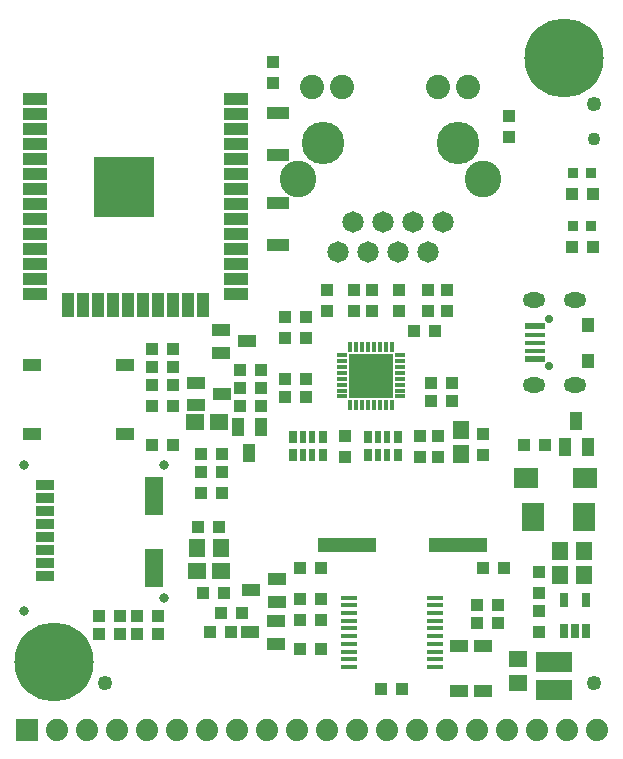
<source format=gbr>
G04 #@! TF.GenerationSoftware,KiCad,Pcbnew,5.1.0-rc2-unknown-036be7d~80~ubuntu16.04.1*
G04 #@! TF.CreationDate,2019-12-17T11:34:35+02:00*
G04 #@! TF.ProjectId,ESP32-GATEWAY_Rev_G,45535033-322d-4474-9154-455741595f52,G*
G04 #@! TF.SameCoordinates,Original*
G04 #@! TF.FileFunction,Soldermask,Top*
G04 #@! TF.FilePolarity,Negative*
%FSLAX46Y46*%
G04 Gerber Fmt 4.6, Leading zero omitted, Abs format (unit mm)*
G04 Created by KiCad (PCBNEW 5.1.0-rc2-unknown-036be7d~80~ubuntu16.04.1) date 2019-12-17 11:34:35*
%MOMM*%
%LPD*%
G04 APERTURE LIST*
%ADD10R,1.117600X1.117600*%
%ADD11R,2.101600X1.001600*%
%ADD12R,1.001600X2.101600*%
%ADD13R,5.101600X5.101600*%
%ADD14C,2.101600*%
%ADD15C,3.600000*%
%ADD16C,2.050000*%
%ADD17C,3.100000*%
%ADD18C,1.810000*%
%ADD19R,1.601600X3.201600*%
%ADD20C,0.800000*%
%ADD21R,1.601600X0.901600*%
%ADD22R,1.625600X1.371600*%
%ADD23R,1.501600X1.101600*%
%ADD24R,1.101600X1.501600*%
%ADD25R,1.879600X2.387600*%
%ADD26R,0.901600X0.901600*%
%ADD27C,1.879600*%
%ADD28R,1.879600X1.879600*%
%ADD29R,1.751600X0.601600*%
%ADD30R,1.751600X0.426600*%
%ADD31C,0.701600*%
%ADD32R,1.101600X1.201600*%
%ADD33O,1.901600X1.301600*%
%ADD34R,1.371600X1.625600*%
%ADD35R,2.101600X1.801600*%
%ADD36R,1.879600X1.117600*%
%ADD37C,1.101600*%
%ADD38R,3.701600X3.701600*%
%ADD39R,0.800000X0.800000*%
%ADD40R,1.822400X1.822400*%
%ADD41R,0.351600X0.901600*%
%ADD42R,0.901600X0.351600*%
%ADD43C,1.600000*%
%ADD44C,6.700000*%
%ADD45R,1.371600X0.426600*%
%ADD46R,3.101600X1.701600*%
%ADD47R,0.651600X1.301600*%
%ADD48R,0.482600X1.117600*%
%ADD49R,0.736600X1.117600*%
%ADD50R,4.927600X1.201600*%
%ADD51R,1.625600X1.117600*%
%ADD52C,1.254000*%
G04 APERTURE END LIST*
D10*
X85725000Y-116459000D03*
X87503000Y-116459000D03*
D11*
X71510000Y-74573000D03*
X71510000Y-75843000D03*
X71510000Y-77113000D03*
X71510000Y-78383000D03*
X71510000Y-79653000D03*
X71510000Y-80923000D03*
X71510000Y-82193000D03*
X71510000Y-83463000D03*
X71510000Y-84733000D03*
X71510000Y-86003000D03*
X71510000Y-87273000D03*
X71510000Y-88543000D03*
X71510000Y-89813000D03*
X71510000Y-91083000D03*
D12*
X74310000Y-92083000D03*
X75580000Y-92083000D03*
X76850000Y-92083000D03*
X78120000Y-92083000D03*
X79390000Y-92083000D03*
X80660000Y-92083000D03*
X81930000Y-92083000D03*
X83200000Y-92083000D03*
X84470000Y-92083000D03*
X85740000Y-92083000D03*
D11*
X88510000Y-91083000D03*
X88510000Y-89813000D03*
X88510000Y-88543000D03*
X88510000Y-87273000D03*
X88510000Y-86003000D03*
X88510000Y-84733000D03*
X88510000Y-83463000D03*
X88510000Y-82193000D03*
X88510000Y-80923000D03*
X88510000Y-79653000D03*
X88510000Y-78383000D03*
X88510000Y-77113000D03*
X88510000Y-75843000D03*
X88510000Y-74573000D03*
D13*
X79010000Y-82083000D03*
D14*
X79010000Y-82083000D03*
D15*
X95885000Y-78359000D03*
X107315000Y-78359000D03*
D16*
X105670000Y-73610500D03*
X94990000Y-73610500D03*
D17*
X93800000Y-81409000D03*
X109400000Y-81409000D03*
D16*
X108210000Y-73610500D03*
X97530000Y-73610500D03*
D18*
X97165000Y-87599000D03*
X98435000Y-85059000D03*
X99705000Y-87599000D03*
X100975000Y-85059000D03*
X102245000Y-87599000D03*
X103515000Y-85059000D03*
X104785000Y-87599000D03*
X106055000Y-85059000D03*
D19*
X81577000Y-114275000D03*
X81577000Y-108215000D03*
D20*
X70607000Y-105585000D03*
X82407000Y-105585000D03*
X82407000Y-116855000D03*
X70607000Y-117945000D03*
D21*
X72327000Y-107275000D03*
X72327000Y-108375000D03*
X72327000Y-109475000D03*
X72327000Y-110575000D03*
X72327000Y-111675000D03*
X72327000Y-112775000D03*
X72327000Y-113875000D03*
X72327000Y-114975000D03*
D10*
X88900000Y-97536000D03*
X90678000Y-97536000D03*
D22*
X85090000Y-101981000D03*
X87122000Y-101981000D03*
D10*
X90677999Y-99060000D03*
X88899999Y-99060000D03*
D23*
X87284560Y-94173040D03*
X87284560Y-96075500D03*
X89494360Y-95120460D03*
D10*
X90677999Y-100584000D03*
X88899999Y-100584000D03*
D24*
X90611960Y-102397560D03*
X88709500Y-102397560D03*
X89664540Y-104607360D03*
D25*
X113647000Y-109982000D03*
X118001000Y-109982000D03*
D10*
X85598000Y-104648000D03*
X87376000Y-104648000D03*
X80137000Y-119888000D03*
X81915000Y-119888000D03*
X118745000Y-82677000D03*
X116967000Y-82677000D03*
D26*
X118618000Y-80899000D03*
X117094000Y-80899000D03*
D27*
X78486000Y-128016000D03*
X75946000Y-128016000D03*
X73406000Y-128016000D03*
D28*
X70866000Y-128016000D03*
D27*
X81026000Y-128016000D03*
X83566000Y-128016000D03*
X88646000Y-128016000D03*
X86106000Y-128016000D03*
X91186000Y-128016000D03*
X93726000Y-128016000D03*
X98806000Y-128016000D03*
X96266000Y-128016000D03*
X101346000Y-128016000D03*
X103886000Y-128016000D03*
X108966000Y-128016000D03*
X106426000Y-128016000D03*
X116586000Y-128016000D03*
X119126000Y-128016000D03*
X114046000Y-128016000D03*
X111506000Y-128016000D03*
D29*
X113817000Y-96637500D03*
D30*
X113817000Y-95900000D03*
X113817000Y-95250000D03*
X113817000Y-94600000D03*
D29*
X113817000Y-93862500D03*
D31*
X115067000Y-97250000D03*
X115067000Y-93250000D03*
D32*
X118367000Y-96750000D03*
X118367000Y-93750000D03*
D33*
X117217000Y-98850000D03*
X113747000Y-98850000D03*
X113747000Y-91650000D03*
X117217000Y-91650000D03*
D10*
X86360000Y-119761000D03*
X88138000Y-119761000D03*
D34*
X115951000Y-114935000D03*
X117983000Y-114935000D03*
X115951000Y-112903000D03*
X117983000Y-112903000D03*
D10*
X114173000Y-114681000D03*
X114173000Y-116459000D03*
X114173000Y-119761000D03*
X114173000Y-117983000D03*
X116967000Y-87122000D03*
X118745000Y-87122000D03*
X83185000Y-98806000D03*
X81407000Y-98806000D03*
X81407000Y-97282000D03*
X83185000Y-97282000D03*
X93980000Y-118745000D03*
X95758000Y-118745000D03*
X112903000Y-103886000D03*
X114681000Y-103886000D03*
D35*
X118070000Y-106680000D03*
X113070000Y-106680000D03*
D10*
X110744000Y-117475000D03*
X108966000Y-117475000D03*
X93980000Y-121158000D03*
X95758000Y-121158000D03*
X111252000Y-114300000D03*
X109474000Y-114300000D03*
X93980000Y-114300000D03*
X95758000Y-114300000D03*
D36*
X92075000Y-75819000D03*
X92075000Y-79375000D03*
X92075000Y-86995000D03*
X92075000Y-83439000D03*
D10*
X85344000Y-110871000D03*
X87122000Y-110871000D03*
X93980000Y-116967000D03*
X95758000Y-116967000D03*
X110744000Y-118999000D03*
X108966000Y-118999000D03*
X92710000Y-93091000D03*
X94488000Y-93091000D03*
X106807000Y-100203000D03*
X105029000Y-100203000D03*
X102616000Y-124523500D03*
X100838000Y-124523500D03*
X100076000Y-92583000D03*
X100076000Y-90805000D03*
X102362000Y-92583000D03*
X102362000Y-90805000D03*
X96266000Y-92583000D03*
X96266000Y-90805000D03*
X98552000Y-92583000D03*
X98552000Y-90805000D03*
X111633000Y-77851000D03*
X111633000Y-76073000D03*
X91694000Y-71501000D03*
X91694000Y-73279000D03*
X81407000Y-100584000D03*
X83185000Y-100584000D03*
X81407000Y-103886000D03*
X83185000Y-103886000D03*
X83185000Y-95758000D03*
X81407000Y-95758000D03*
D26*
X118618000Y-85344000D03*
X117094000Y-85344000D03*
D37*
X118872000Y-77978000D03*
D10*
X105029000Y-98679000D03*
X106807000Y-98679000D03*
X92710000Y-98298000D03*
X94488000Y-98298000D03*
X92710000Y-99822000D03*
X94488000Y-99822000D03*
X92710000Y-94869000D03*
X94488000Y-94869000D03*
X105410000Y-94234000D03*
X103632000Y-94234000D03*
X97790000Y-104902000D03*
X97790000Y-103124000D03*
X109474000Y-104775000D03*
X109474000Y-102997000D03*
X106426000Y-92583000D03*
X106426000Y-90805000D03*
D34*
X87249000Y-112649000D03*
X85217000Y-112649000D03*
D10*
X104140000Y-103124000D03*
X104140000Y-104902000D03*
X105664000Y-103124000D03*
X105664000Y-104902000D03*
D22*
X112395000Y-122047000D03*
X112395000Y-124079000D03*
D38*
X99949000Y-98044000D03*
D39*
X101249000Y-97544000D03*
X101249000Y-98544000D03*
X100449000Y-99344000D03*
X99449000Y-99344000D03*
X98649000Y-98544000D03*
X98649000Y-97544000D03*
X99449000Y-96744000D03*
X100449000Y-96744000D03*
D40*
X99949000Y-98044000D03*
D41*
X98199000Y-95594000D03*
X98699000Y-95594000D03*
X99199000Y-95594000D03*
X99699000Y-95594000D03*
X100199000Y-95594000D03*
X100699000Y-95594000D03*
X101199000Y-95594000D03*
X101699000Y-95594000D03*
D42*
X102399000Y-96294000D03*
X102399000Y-96794000D03*
X102399000Y-97294000D03*
X102399000Y-97794000D03*
X102399000Y-98294000D03*
X102399000Y-98794000D03*
X102399000Y-99294000D03*
X102399000Y-99794000D03*
D41*
X101699000Y-100494000D03*
X101199000Y-100494000D03*
X100699000Y-100494000D03*
X100199000Y-100494000D03*
X99699000Y-100494000D03*
X99199000Y-100494000D03*
X98699000Y-100494000D03*
X98199000Y-100494000D03*
D42*
X97499000Y-99794000D03*
X97499000Y-99294000D03*
X97499000Y-98794000D03*
X97499000Y-98294000D03*
X97499000Y-97794000D03*
X97499000Y-97294000D03*
X97499000Y-96794000D03*
X97499000Y-96294000D03*
D43*
X70739000Y-122301000D03*
X75565000Y-122301000D03*
X74803000Y-123952000D03*
X71501000Y-124079000D03*
X74803000Y-120650000D03*
X71501000Y-120650000D03*
X73152000Y-124714000D03*
X73152000Y-119888000D03*
D44*
X73152000Y-122301000D03*
D43*
X113919000Y-71120000D03*
X118745000Y-71120000D03*
X117983000Y-72771000D03*
X114681000Y-72898000D03*
X117983000Y-69469000D03*
X114681000Y-69469000D03*
X116332000Y-73533000D03*
X116332000Y-68707000D03*
D44*
X116332000Y-71120000D03*
D45*
X105346500Y-122686000D03*
X105346500Y-122036000D03*
X105346500Y-121386000D03*
X105346500Y-120736000D03*
X105346500Y-120086000D03*
X105346500Y-119436000D03*
X105346500Y-118786000D03*
X105346500Y-118136000D03*
X105346500Y-117486000D03*
X105346500Y-116836000D03*
X98107500Y-116836000D03*
X98107500Y-117486000D03*
X98107500Y-118136000D03*
X98107500Y-118786000D03*
X98107500Y-119436000D03*
X98107500Y-120086000D03*
X98107500Y-120736000D03*
X98107500Y-121386000D03*
X98107500Y-122036000D03*
X98107500Y-122686000D03*
D22*
X87249000Y-114554000D03*
X85217000Y-114554000D03*
D23*
X91912440Y-120710960D03*
X91912440Y-118808500D03*
X89702640Y-119763540D03*
X92039440Y-117154960D03*
X92039440Y-115252500D03*
X89829640Y-116207540D03*
D46*
X115443000Y-124644000D03*
X115443000Y-122244000D03*
D47*
X116271000Y-119664000D03*
X117221000Y-119664000D03*
X118171000Y-119664000D03*
X116271000Y-117064000D03*
X118171000Y-117064000D03*
D24*
X116398040Y-104104440D03*
X118300500Y-104104440D03*
X117345460Y-101894640D03*
D34*
X107569000Y-104648000D03*
X107569000Y-102616000D03*
D48*
X100584000Y-103251000D03*
X101346000Y-103251000D03*
X100584000Y-104775000D03*
X101346000Y-104775000D03*
D49*
X99695000Y-103251000D03*
X99695000Y-104775000D03*
X102235000Y-103251000D03*
X102235000Y-104775000D03*
D48*
X94996000Y-104775000D03*
X94234000Y-104775000D03*
X94996000Y-103251000D03*
X94234000Y-103251000D03*
D49*
X95885000Y-104775000D03*
X95885000Y-103251000D03*
X93345000Y-104775000D03*
X93345000Y-103251000D03*
D50*
X97917000Y-112395000D03*
X107315000Y-112395000D03*
D51*
X71247000Y-102997000D03*
X79121000Y-102997000D03*
X71247000Y-97155000D03*
X79121000Y-97155000D03*
D10*
X87376000Y-107950000D03*
X85598000Y-107950000D03*
X80137000Y-118364000D03*
X81915000Y-118364000D03*
X76962000Y-118364000D03*
X78740000Y-118364000D03*
X76962000Y-119888000D03*
X78740000Y-119888000D03*
X85598000Y-106172000D03*
X87376000Y-106172000D03*
D23*
X87333000Y-99568000D03*
X85133000Y-100518000D03*
X85133000Y-98618000D03*
X107442000Y-120909000D03*
X107442000Y-124709000D03*
X109474000Y-124709000D03*
X109474000Y-120909000D03*
D52*
X118872000Y-124079000D03*
X77470000Y-124079000D03*
X118872000Y-75057000D03*
D10*
X104775000Y-90805000D03*
X104775000Y-92583000D03*
X87249000Y-118110000D03*
X89027000Y-118110000D03*
M02*

</source>
